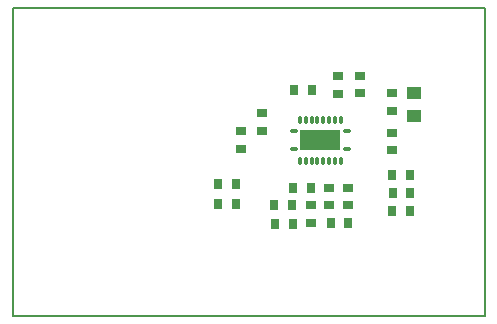
<source format=gbp>
%FSLAX25Y25*%
%MOIN*%
G70*
G01*
G75*
G04 Layer_Color=128*
%ADD10R,0.10630X0.03937*%
%ADD11R,0.15748X0.17716*%
%ADD12R,0.14410X0.09843*%
%ADD13R,0.14410X0.07874*%
%ADD14R,0.01969X0.06299*%
%ADD15R,0.03543X0.02126*%
%ADD16R,0.09843X0.14410*%
%ADD17R,0.07874X0.14410*%
%ADD18R,0.06299X0.01969*%
%ADD19R,0.02126X0.03543*%
%ADD20C,0.01000*%
%ADD21C,0.02000*%
%ADD22C,0.00800*%
%ADD23R,0.05400X0.12900*%
%ADD24R,0.21600X0.06537*%
%ADD25C,0.00500*%
%ADD26C,0.05906*%
%ADD27R,0.05906X0.05906*%
%ADD28O,0.10000X0.06000*%
%ADD29R,0.10000X0.06000*%
%ADD30C,0.04000*%
%ADD31C,0.02000*%
%ADD32C,0.03000*%
%ADD33R,0.02756X0.03347*%
%ADD34R,0.03347X0.02756*%
%ADD35R,0.05118X0.03937*%
%ADD36R,0.13386X0.07087*%
%ADD37O,0.02756X0.01181*%
%ADD38O,0.01181X0.02756*%
%ADD39R,0.11430X0.04737*%
%ADD40R,0.16548X0.18517*%
%ADD41R,0.15210X0.10642*%
%ADD42R,0.15210X0.08674*%
%ADD43R,0.02769X0.07099*%
%ADD44R,0.04343X0.02926*%
%ADD45R,0.10642X0.15210*%
%ADD46R,0.08674X0.15210*%
%ADD47R,0.07099X0.02769*%
%ADD48R,0.02926X0.04343*%
%ADD49C,0.06706*%
%ADD50R,0.06706X0.06706*%
%ADD51O,0.10800X0.06800*%
%ADD52R,0.10800X0.06800*%
%ADD53R,0.03556X0.04147*%
%ADD54R,0.04147X0.03556*%
%ADD55R,0.05918X0.04737*%
%ADD56R,0.14186X0.07887*%
%ADD57O,0.03556X0.01981*%
%ADD58O,0.01981X0.03556*%
D25*
X0Y102362D02*
X157480D01*
Y0D02*
Y102362D01*
X0Y0D02*
X157480D01*
X0D02*
Y102362D01*
D33*
X87295Y36705D02*
D03*
X93200D02*
D03*
X93795Y75300D02*
D03*
X99700D02*
D03*
X132506Y34700D02*
D03*
X126600D02*
D03*
X74500Y43700D02*
D03*
X68594D02*
D03*
X74500Y37200D02*
D03*
X68594D02*
D03*
X106000Y31005D02*
D03*
X111906D02*
D03*
X99500Y42606D02*
D03*
X93594D02*
D03*
X93400Y30606D02*
D03*
X87494D02*
D03*
X132600Y40900D02*
D03*
X126695D02*
D03*
X132400Y46900D02*
D03*
X126495D02*
D03*
D34*
X105600Y36700D02*
D03*
Y42606D02*
D03*
X111900Y36694D02*
D03*
Y42600D02*
D03*
X76100Y61506D02*
D03*
Y55600D02*
D03*
X126400Y61006D02*
D03*
Y55100D02*
D03*
X115800Y74094D02*
D03*
Y80000D02*
D03*
X126400Y74200D02*
D03*
Y68295D02*
D03*
X108300Y79900D02*
D03*
Y73994D02*
D03*
X83100Y67400D02*
D03*
Y61494D02*
D03*
X99500Y30806D02*
D03*
Y36711D02*
D03*
D35*
X133900Y74274D02*
D03*
Y66400D02*
D03*
D36*
X102600Y58400D02*
D03*
D37*
X111458Y55447D02*
D03*
Y61353D02*
D03*
X93742D02*
D03*
Y55447D02*
D03*
D38*
X109490Y65290D02*
D03*
X107521D02*
D03*
X105553D02*
D03*
X103584D02*
D03*
X101616D02*
D03*
X99647D02*
D03*
X97679D02*
D03*
X95710D02*
D03*
Y51510D02*
D03*
X97679D02*
D03*
X99647D02*
D03*
X101616D02*
D03*
X103584D02*
D03*
X105553D02*
D03*
X107521D02*
D03*
X109490D02*
D03*
M02*

</source>
